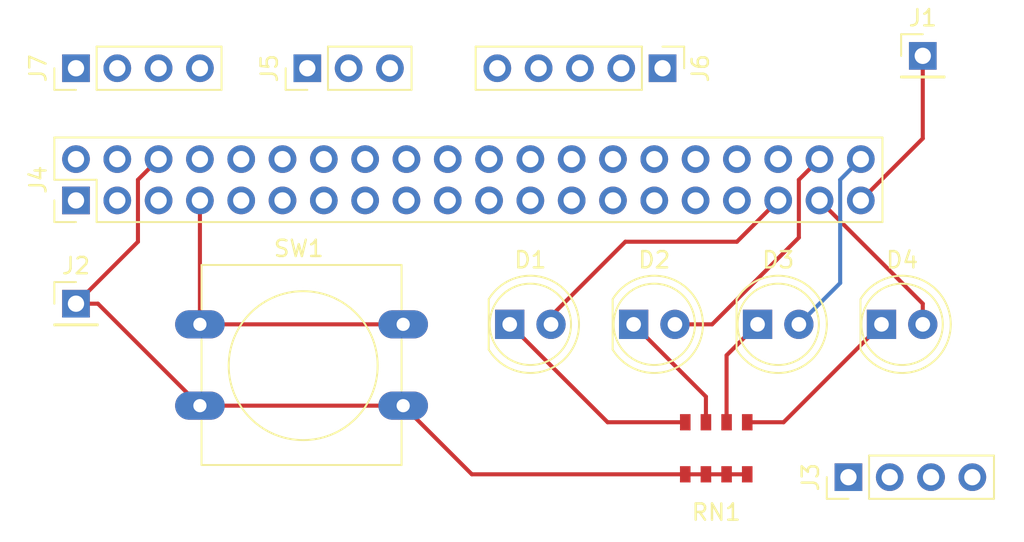
<source format=kicad_pcb>
(kicad_pcb (version 4) (host pcbnew 4.0.7)

  (general
    (links 35)
    (no_connects 17)
    (area 0 0 0 0)
    (thickness 1.6)
    (drawings 0)
    (tracks 38)
    (zones 0)
    (modules 13)
    (nets 19)
  )

  (page A4)
  (layers
    (0 F.Cu signal)
    (31 B.Cu signal)
    (32 B.Adhes user)
    (33 F.Adhes user)
    (34 B.Paste user)
    (35 F.Paste user)
    (36 B.SilkS user)
    (37 F.SilkS user)
    (38 B.Mask user)
    (39 F.Mask user)
    (40 Dwgs.User user)
    (41 Cmts.User user)
    (42 Eco1.User user)
    (43 Eco2.User user)
    (44 Edge.Cuts user)
    (45 Margin user)
    (46 B.CrtYd user)
    (47 F.CrtYd user)
    (48 B.Fab user)
    (49 F.Fab user)
  )

  (setup
    (last_trace_width 0.25)
    (user_trace_width 0.25)
    (user_trace_width 0.5)
    (user_trace_width 0.75)
    (user_trace_width 1)
    (trace_clearance 0.2)
    (zone_clearance 0.508)
    (zone_45_only no)
    (trace_min 0.2)
    (segment_width 0.2)
    (edge_width 0.15)
    (via_size 0.6)
    (via_drill 0.4)
    (via_min_size 0.4)
    (via_min_drill 0.3)
    (uvia_size 0.3)
    (uvia_drill 0.1)
    (uvias_allowed no)
    (uvia_min_size 0.2)
    (uvia_min_drill 0.1)
    (pcb_text_width 0.3)
    (pcb_text_size 1.5 1.5)
    (mod_edge_width 0.15)
    (mod_text_size 1 1)
    (mod_text_width 0.15)
    (pad_size 1.524 1.524)
    (pad_drill 0.762)
    (pad_to_mask_clearance 0.2)
    (aux_axis_origin 0 0)
    (visible_elements FFFFFF7F)
    (pcbplotparams
      (layerselection 0x00030_80000001)
      (usegerberextensions false)
      (excludeedgelayer true)
      (linewidth 0.100000)
      (plotframeref false)
      (viasonmask false)
      (mode 1)
      (useauxorigin false)
      (hpglpennumber 1)
      (hpglpenspeed 20)
      (hpglpendiameter 15)
      (hpglpenoverlay 2)
      (psnegative false)
      (psa4output false)
      (plotreference true)
      (plotvalue true)
      (plotinvisibletext false)
      (padsonsilk false)
      (subtractmaskfromsilk false)
      (outputformat 1)
      (mirror false)
      (drillshape 1)
      (scaleselection 1)
      (outputdirectory ""))
  )

  (net 0 "")
  (net 1 "Net-(D1-Pad1)")
  (net 2 "Net-(D1-Pad2)")
  (net 3 "Net-(D2-Pad1)")
  (net 4 "Net-(D2-Pad2)")
  (net 5 "Net-(D3-Pad1)")
  (net 6 "Net-(D3-Pad2)")
  (net 7 "Net-(D4-Pad1)")
  (net 8 "Net-(D4-Pad2)")
  (net 9 GND)
  (net 10 "Net-(J4-Pad8)")
  (net 11 "Net-(J4-Pad10)")
  (net 12 +3V3)
  (net 13 "Net-(J4-Pad21)")
  (net 14 "Net-(J4-Pad19)")
  (net 15 "Net-(J4-Pad23)")
  (net 16 "Net-(J4-Pad7)")
  (net 17 "Net-(J4-Pad3)")
  (net 18 "Net-(J4-Pad5)")

  (net_class Default "This is the default net class."
    (clearance 0.2)
    (trace_width 0.25)
    (via_dia 0.6)
    (via_drill 0.4)
    (uvia_dia 0.3)
    (uvia_drill 0.1)
    (add_net +3V3)
    (add_net GND)
    (add_net "Net-(D1-Pad1)")
    (add_net "Net-(D1-Pad2)")
    (add_net "Net-(D2-Pad1)")
    (add_net "Net-(D2-Pad2)")
    (add_net "Net-(D3-Pad1)")
    (add_net "Net-(D3-Pad2)")
    (add_net "Net-(D4-Pad1)")
    (add_net "Net-(D4-Pad2)")
    (add_net "Net-(J4-Pad10)")
    (add_net "Net-(J4-Pad19)")
    (add_net "Net-(J4-Pad21)")
    (add_net "Net-(J4-Pad23)")
    (add_net "Net-(J4-Pad3)")
    (add_net "Net-(J4-Pad5)")
    (add_net "Net-(J4-Pad7)")
    (add_net "Net-(J4-Pad8)")
  )

  (module LEDs:LED_D5.0mm (layer F.Cu) (tedit 5995936A) (tstamp 5B99EED6)
    (at 129.54 85.09)
    (descr "LED, diameter 5.0mm, 2 pins, http://cdn-reichelt.de/documents/datenblatt/A500/LL-504BC2E-009.pdf")
    (tags "LED diameter 5.0mm 2 pins")
    (path /5B99E46C)
    (fp_text reference D1 (at 1.27 -3.96) (layer F.SilkS)
      (effects (font (size 1 1) (thickness 0.15)))
    )
    (fp_text value LED (at 1.27 3.96) (layer F.Fab)
      (effects (font (size 1 1) (thickness 0.15)))
    )
    (fp_arc (start 1.27 0) (end -1.23 -1.469694) (angle 299.1) (layer F.Fab) (width 0.1))
    (fp_arc (start 1.27 0) (end -1.29 -1.54483) (angle 148.9) (layer F.SilkS) (width 0.12))
    (fp_arc (start 1.27 0) (end -1.29 1.54483) (angle -148.9) (layer F.SilkS) (width 0.12))
    (fp_circle (center 1.27 0) (end 3.77 0) (layer F.Fab) (width 0.1))
    (fp_circle (center 1.27 0) (end 3.77 0) (layer F.SilkS) (width 0.12))
    (fp_line (start -1.23 -1.469694) (end -1.23 1.469694) (layer F.Fab) (width 0.1))
    (fp_line (start -1.29 -1.545) (end -1.29 1.545) (layer F.SilkS) (width 0.12))
    (fp_line (start -1.95 -3.25) (end -1.95 3.25) (layer F.CrtYd) (width 0.05))
    (fp_line (start -1.95 3.25) (end 4.5 3.25) (layer F.CrtYd) (width 0.05))
    (fp_line (start 4.5 3.25) (end 4.5 -3.25) (layer F.CrtYd) (width 0.05))
    (fp_line (start 4.5 -3.25) (end -1.95 -3.25) (layer F.CrtYd) (width 0.05))
    (fp_text user %R (at 1.25 0) (layer F.Fab)
      (effects (font (size 0.8 0.8) (thickness 0.2)))
    )
    (pad 1 thru_hole rect (at 0 0) (size 1.8 1.8) (drill 0.9) (layers *.Cu *.Mask)
      (net 1 "Net-(D1-Pad1)"))
    (pad 2 thru_hole circle (at 2.54 0) (size 1.8 1.8) (drill 0.9) (layers *.Cu *.Mask)
      (net 2 "Net-(D1-Pad2)"))
    (model ${KISYS3DMOD}/LEDs.3dshapes/LED_D5.0mm.wrl
      (at (xyz 0 0 0))
      (scale (xyz 0.393701 0.393701 0.393701))
      (rotate (xyz 0 0 0))
    )
  )

  (module LEDs:LED_D5.0mm (layer F.Cu) (tedit 5995936A) (tstamp 5B99EEE8)
    (at 137.16 85.09)
    (descr "LED, diameter 5.0mm, 2 pins, http://cdn-reichelt.de/documents/datenblatt/A500/LL-504BC2E-009.pdf")
    (tags "LED diameter 5.0mm 2 pins")
    (path /5B99E4B5)
    (fp_text reference D2 (at 1.27 -3.96) (layer F.SilkS)
      (effects (font (size 1 1) (thickness 0.15)))
    )
    (fp_text value LED (at 1.27 3.96) (layer F.Fab)
      (effects (font (size 1 1) (thickness 0.15)))
    )
    (fp_arc (start 1.27 0) (end -1.23 -1.469694) (angle 299.1) (layer F.Fab) (width 0.1))
    (fp_arc (start 1.27 0) (end -1.29 -1.54483) (angle 148.9) (layer F.SilkS) (width 0.12))
    (fp_arc (start 1.27 0) (end -1.29 1.54483) (angle -148.9) (layer F.SilkS) (width 0.12))
    (fp_circle (center 1.27 0) (end 3.77 0) (layer F.Fab) (width 0.1))
    (fp_circle (center 1.27 0) (end 3.77 0) (layer F.SilkS) (width 0.12))
    (fp_line (start -1.23 -1.469694) (end -1.23 1.469694) (layer F.Fab) (width 0.1))
    (fp_line (start -1.29 -1.545) (end -1.29 1.545) (layer F.SilkS) (width 0.12))
    (fp_line (start -1.95 -3.25) (end -1.95 3.25) (layer F.CrtYd) (width 0.05))
    (fp_line (start -1.95 3.25) (end 4.5 3.25) (layer F.CrtYd) (width 0.05))
    (fp_line (start 4.5 3.25) (end 4.5 -3.25) (layer F.CrtYd) (width 0.05))
    (fp_line (start 4.5 -3.25) (end -1.95 -3.25) (layer F.CrtYd) (width 0.05))
    (fp_text user %R (at 1.25 0) (layer F.Fab)
      (effects (font (size 0.8 0.8) (thickness 0.2)))
    )
    (pad 1 thru_hole rect (at 0 0) (size 1.8 1.8) (drill 0.9) (layers *.Cu *.Mask)
      (net 3 "Net-(D2-Pad1)"))
    (pad 2 thru_hole circle (at 2.54 0) (size 1.8 1.8) (drill 0.9) (layers *.Cu *.Mask)
      (net 4 "Net-(D2-Pad2)"))
    (model ${KISYS3DMOD}/LEDs.3dshapes/LED_D5.0mm.wrl
      (at (xyz 0 0 0))
      (scale (xyz 0.393701 0.393701 0.393701))
      (rotate (xyz 0 0 0))
    )
  )

  (module LEDs:LED_D5.0mm (layer F.Cu) (tedit 5995936A) (tstamp 5B99EEFA)
    (at 144.78 85.09)
    (descr "LED, diameter 5.0mm, 2 pins, http://cdn-reichelt.de/documents/datenblatt/A500/LL-504BC2E-009.pdf")
    (tags "LED diameter 5.0mm 2 pins")
    (path /5B99E4E4)
    (fp_text reference D3 (at 1.27 -3.96) (layer F.SilkS)
      (effects (font (size 1 1) (thickness 0.15)))
    )
    (fp_text value LED (at 1.27 3.96) (layer F.Fab)
      (effects (font (size 1 1) (thickness 0.15)))
    )
    (fp_arc (start 1.27 0) (end -1.23 -1.469694) (angle 299.1) (layer F.Fab) (width 0.1))
    (fp_arc (start 1.27 0) (end -1.29 -1.54483) (angle 148.9) (layer F.SilkS) (width 0.12))
    (fp_arc (start 1.27 0) (end -1.29 1.54483) (angle -148.9) (layer F.SilkS) (width 0.12))
    (fp_circle (center 1.27 0) (end 3.77 0) (layer F.Fab) (width 0.1))
    (fp_circle (center 1.27 0) (end 3.77 0) (layer F.SilkS) (width 0.12))
    (fp_line (start -1.23 -1.469694) (end -1.23 1.469694) (layer F.Fab) (width 0.1))
    (fp_line (start -1.29 -1.545) (end -1.29 1.545) (layer F.SilkS) (width 0.12))
    (fp_line (start -1.95 -3.25) (end -1.95 3.25) (layer F.CrtYd) (width 0.05))
    (fp_line (start -1.95 3.25) (end 4.5 3.25) (layer F.CrtYd) (width 0.05))
    (fp_line (start 4.5 3.25) (end 4.5 -3.25) (layer F.CrtYd) (width 0.05))
    (fp_line (start 4.5 -3.25) (end -1.95 -3.25) (layer F.CrtYd) (width 0.05))
    (fp_text user %R (at 1.25 0) (layer F.Fab)
      (effects (font (size 0.8 0.8) (thickness 0.2)))
    )
    (pad 1 thru_hole rect (at 0 0) (size 1.8 1.8) (drill 0.9) (layers *.Cu *.Mask)
      (net 5 "Net-(D3-Pad1)"))
    (pad 2 thru_hole circle (at 2.54 0) (size 1.8 1.8) (drill 0.9) (layers *.Cu *.Mask)
      (net 6 "Net-(D3-Pad2)"))
    (model ${KISYS3DMOD}/LEDs.3dshapes/LED_D5.0mm.wrl
      (at (xyz 0 0 0))
      (scale (xyz 0.393701 0.393701 0.393701))
      (rotate (xyz 0 0 0))
    )
  )

  (module LEDs:LED_D5.0mm (layer F.Cu) (tedit 5995936A) (tstamp 5B99EF0C)
    (at 152.4 85.09)
    (descr "LED, diameter 5.0mm, 2 pins, http://cdn-reichelt.de/documents/datenblatt/A500/LL-504BC2E-009.pdf")
    (tags "LED diameter 5.0mm 2 pins")
    (path /5B99E511)
    (fp_text reference D4 (at 1.27 -3.96) (layer F.SilkS)
      (effects (font (size 1 1) (thickness 0.15)))
    )
    (fp_text value LED (at 1.27 3.96) (layer F.Fab)
      (effects (font (size 1 1) (thickness 0.15)))
    )
    (fp_arc (start 1.27 0) (end -1.23 -1.469694) (angle 299.1) (layer F.Fab) (width 0.1))
    (fp_arc (start 1.27 0) (end -1.29 -1.54483) (angle 148.9) (layer F.SilkS) (width 0.12))
    (fp_arc (start 1.27 0) (end -1.29 1.54483) (angle -148.9) (layer F.SilkS) (width 0.12))
    (fp_circle (center 1.27 0) (end 3.77 0) (layer F.Fab) (width 0.1))
    (fp_circle (center 1.27 0) (end 3.77 0) (layer F.SilkS) (width 0.12))
    (fp_line (start -1.23 -1.469694) (end -1.23 1.469694) (layer F.Fab) (width 0.1))
    (fp_line (start -1.29 -1.545) (end -1.29 1.545) (layer F.SilkS) (width 0.12))
    (fp_line (start -1.95 -3.25) (end -1.95 3.25) (layer F.CrtYd) (width 0.05))
    (fp_line (start -1.95 3.25) (end 4.5 3.25) (layer F.CrtYd) (width 0.05))
    (fp_line (start 4.5 3.25) (end 4.5 -3.25) (layer F.CrtYd) (width 0.05))
    (fp_line (start 4.5 -3.25) (end -1.95 -3.25) (layer F.CrtYd) (width 0.05))
    (fp_text user %R (at 1.25 0) (layer F.Fab)
      (effects (font (size 0.8 0.8) (thickness 0.2)))
    )
    (pad 1 thru_hole rect (at 0 0) (size 1.8 1.8) (drill 0.9) (layers *.Cu *.Mask)
      (net 7 "Net-(D4-Pad1)"))
    (pad 2 thru_hole circle (at 2.54 0) (size 1.8 1.8) (drill 0.9) (layers *.Cu *.Mask)
      (net 8 "Net-(D4-Pad2)"))
    (model ${KISYS3DMOD}/LEDs.3dshapes/LED_D5.0mm.wrl
      (at (xyz 0 0 0))
      (scale (xyz 0.393701 0.393701 0.393701))
      (rotate (xyz 0 0 0))
    )
  )

  (module Pin_Headers:Pin_Header_Straight_1x01_Pitch2.54mm (layer F.Cu) (tedit 59650532) (tstamp 5B99EF21)
    (at 154.94 68.58)
    (descr "Through hole straight pin header, 1x01, 2.54mm pitch, single row")
    (tags "Through hole pin header THT 1x01 2.54mm single row")
    (path /5B99EA61)
    (fp_text reference J1 (at 0 -2.33) (layer F.SilkS)
      (effects (font (size 1 1) (thickness 0.15)))
    )
    (fp_text value Conn_01x01 (at 0 2.33) (layer F.Fab)
      (effects (font (size 1 1) (thickness 0.15)))
    )
    (fp_line (start -0.635 -1.27) (end 1.27 -1.27) (layer F.Fab) (width 0.1))
    (fp_line (start 1.27 -1.27) (end 1.27 1.27) (layer F.Fab) (width 0.1))
    (fp_line (start 1.27 1.27) (end -1.27 1.27) (layer F.Fab) (width 0.1))
    (fp_line (start -1.27 1.27) (end -1.27 -0.635) (layer F.Fab) (width 0.1))
    (fp_line (start -1.27 -0.635) (end -0.635 -1.27) (layer F.Fab) (width 0.1))
    (fp_line (start -1.33 1.33) (end 1.33 1.33) (layer F.SilkS) (width 0.12))
    (fp_line (start -1.33 1.27) (end -1.33 1.33) (layer F.SilkS) (width 0.12))
    (fp_line (start 1.33 1.27) (end 1.33 1.33) (layer F.SilkS) (width 0.12))
    (fp_line (start -1.33 1.27) (end 1.33 1.27) (layer F.SilkS) (width 0.12))
    (fp_line (start -1.33 0) (end -1.33 -1.33) (layer F.SilkS) (width 0.12))
    (fp_line (start -1.33 -1.33) (end 0 -1.33) (layer F.SilkS) (width 0.12))
    (fp_line (start -1.8 -1.8) (end -1.8 1.8) (layer F.CrtYd) (width 0.05))
    (fp_line (start -1.8 1.8) (end 1.8 1.8) (layer F.CrtYd) (width 0.05))
    (fp_line (start 1.8 1.8) (end 1.8 -1.8) (layer F.CrtYd) (width 0.05))
    (fp_line (start 1.8 -1.8) (end -1.8 -1.8) (layer F.CrtYd) (width 0.05))
    (fp_text user %R (at 0 0 90) (layer F.Fab)
      (effects (font (size 1 1) (thickness 0.15)))
    )
    (pad 1 thru_hole rect (at 0 0) (size 1.7 1.7) (drill 1) (layers *.Cu *.Mask)
      (net 9 GND))
    (model ${KISYS3DMOD}/Pin_Headers.3dshapes/Pin_Header_Straight_1x01_Pitch2.54mm.wrl
      (at (xyz 0 0 0))
      (scale (xyz 1 1 1))
      (rotate (xyz 0 0 0))
    )
  )

  (module Pin_Headers:Pin_Header_Straight_1x01_Pitch2.54mm (layer F.Cu) (tedit 59650532) (tstamp 5B99EF36)
    (at 102.87 83.82)
    (descr "Through hole straight pin header, 1x01, 2.54mm pitch, single row")
    (tags "Through hole pin header THT 1x01 2.54mm single row")
    (path /5B99EA24)
    (fp_text reference J2 (at 0 -2.33) (layer F.SilkS)
      (effects (font (size 1 1) (thickness 0.15)))
    )
    (fp_text value Conn_01x01 (at 0 2.33) (layer F.Fab)
      (effects (font (size 1 1) (thickness 0.15)))
    )
    (fp_line (start -0.635 -1.27) (end 1.27 -1.27) (layer F.Fab) (width 0.1))
    (fp_line (start 1.27 -1.27) (end 1.27 1.27) (layer F.Fab) (width 0.1))
    (fp_line (start 1.27 1.27) (end -1.27 1.27) (layer F.Fab) (width 0.1))
    (fp_line (start -1.27 1.27) (end -1.27 -0.635) (layer F.Fab) (width 0.1))
    (fp_line (start -1.27 -0.635) (end -0.635 -1.27) (layer F.Fab) (width 0.1))
    (fp_line (start -1.33 1.33) (end 1.33 1.33) (layer F.SilkS) (width 0.12))
    (fp_line (start -1.33 1.27) (end -1.33 1.33) (layer F.SilkS) (width 0.12))
    (fp_line (start 1.33 1.27) (end 1.33 1.33) (layer F.SilkS) (width 0.12))
    (fp_line (start -1.33 1.27) (end 1.33 1.27) (layer F.SilkS) (width 0.12))
    (fp_line (start -1.33 0) (end -1.33 -1.33) (layer F.SilkS) (width 0.12))
    (fp_line (start -1.33 -1.33) (end 0 -1.33) (layer F.SilkS) (width 0.12))
    (fp_line (start -1.8 -1.8) (end -1.8 1.8) (layer F.CrtYd) (width 0.05))
    (fp_line (start -1.8 1.8) (end 1.8 1.8) (layer F.CrtYd) (width 0.05))
    (fp_line (start 1.8 1.8) (end 1.8 -1.8) (layer F.CrtYd) (width 0.05))
    (fp_line (start 1.8 -1.8) (end -1.8 -1.8) (layer F.CrtYd) (width 0.05))
    (fp_text user %R (at 0 0 90) (layer F.Fab)
      (effects (font (size 1 1) (thickness 0.15)))
    )
    (pad 1 thru_hole rect (at 0 0) (size 1.7 1.7) (drill 1) (layers *.Cu *.Mask)
      (net 9 GND))
    (model ${KISYS3DMOD}/Pin_Headers.3dshapes/Pin_Header_Straight_1x01_Pitch2.54mm.wrl
      (at (xyz 0 0 0))
      (scale (xyz 1 1 1))
      (rotate (xyz 0 0 0))
    )
  )

  (module Pin_Headers:Pin_Header_Straight_1x04_Pitch2.54mm (layer F.Cu) (tedit 59650532) (tstamp 5B99EF4E)
    (at 150.368 94.488 90)
    (descr "Through hole straight pin header, 1x04, 2.54mm pitch, single row")
    (tags "Through hole pin header THT 1x04 2.54mm single row")
    (path /5B99E889)
    (fp_text reference J3 (at 0 -2.33 90) (layer F.SilkS)
      (effects (font (size 1 1) (thickness 0.15)))
    )
    (fp_text value Conn_PWM (at 0 9.95 90) (layer F.Fab)
      (effects (font (size 1 1) (thickness 0.15)))
    )
    (fp_line (start -0.635 -1.27) (end 1.27 -1.27) (layer F.Fab) (width 0.1))
    (fp_line (start 1.27 -1.27) (end 1.27 8.89) (layer F.Fab) (width 0.1))
    (fp_line (start 1.27 8.89) (end -1.27 8.89) (layer F.Fab) (width 0.1))
    (fp_line (start -1.27 8.89) (end -1.27 -0.635) (layer F.Fab) (width 0.1))
    (fp_line (start -1.27 -0.635) (end -0.635 -1.27) (layer F.Fab) (width 0.1))
    (fp_line (start -1.33 8.95) (end 1.33 8.95) (layer F.SilkS) (width 0.12))
    (fp_line (start -1.33 1.27) (end -1.33 8.95) (layer F.SilkS) (width 0.12))
    (fp_line (start 1.33 1.27) (end 1.33 8.95) (layer F.SilkS) (width 0.12))
    (fp_line (start -1.33 1.27) (end 1.33 1.27) (layer F.SilkS) (width 0.12))
    (fp_line (start -1.33 0) (end -1.33 -1.33) (layer F.SilkS) (width 0.12))
    (fp_line (start -1.33 -1.33) (end 0 -1.33) (layer F.SilkS) (width 0.12))
    (fp_line (start -1.8 -1.8) (end -1.8 9.4) (layer F.CrtYd) (width 0.05))
    (fp_line (start -1.8 9.4) (end 1.8 9.4) (layer F.CrtYd) (width 0.05))
    (fp_line (start 1.8 9.4) (end 1.8 -1.8) (layer F.CrtYd) (width 0.05))
    (fp_line (start 1.8 -1.8) (end -1.8 -1.8) (layer F.CrtYd) (width 0.05))
    (fp_text user %R (at 0 3.81 180) (layer F.Fab)
      (effects (font (size 1 1) (thickness 0.15)))
    )
    (pad 1 thru_hole rect (at 0 0 90) (size 1.7 1.7) (drill 1) (layers *.Cu *.Mask)
      (net 2 "Net-(D1-Pad2)"))
    (pad 2 thru_hole oval (at 0 2.54 90) (size 1.7 1.7) (drill 1) (layers *.Cu *.Mask)
      (net 4 "Net-(D2-Pad2)"))
    (pad 3 thru_hole oval (at 0 5.08 90) (size 1.7 1.7) (drill 1) (layers *.Cu *.Mask)
      (net 6 "Net-(D3-Pad2)"))
    (pad 4 thru_hole oval (at 0 7.62 90) (size 1.7 1.7) (drill 1) (layers *.Cu *.Mask)
      (net 8 "Net-(D4-Pad2)"))
    (model ${KISYS3DMOD}/Pin_Headers.3dshapes/Pin_Header_Straight_1x04_Pitch2.54mm.wrl
      (at (xyz 0 0 0))
      (scale (xyz 1 1 1))
      (rotate (xyz 0 0 0))
    )
  )

  (module Pin_Headers:Pin_Header_Straight_1x03_Pitch2.54mm (layer F.Cu) (tedit 59650532) (tstamp 5B99EF65)
    (at 117.094 69.342 90)
    (descr "Through hole straight pin header, 1x03, 2.54mm pitch, single row")
    (tags "Through hole pin header THT 1x03 2.54mm single row")
    (path /5B99E069)
    (fp_text reference J5 (at 0 -2.33 90) (layer F.SilkS)
      (effects (font (size 1 1) (thickness 0.15)))
    )
    (fp_text value Conn_UART (at 0 7.41 90) (layer F.Fab)
      (effects (font (size 1 1) (thickness 0.15)))
    )
    (fp_line (start -0.635 -1.27) (end 1.27 -1.27) (layer F.Fab) (width 0.1))
    (fp_line (start 1.27 -1.27) (end 1.27 6.35) (layer F.Fab) (width 0.1))
    (fp_line (start 1.27 6.35) (end -1.27 6.35) (layer F.Fab) (width 0.1))
    (fp_line (start -1.27 6.35) (end -1.27 -0.635) (layer F.Fab) (width 0.1))
    (fp_line (start -1.27 -0.635) (end -0.635 -1.27) (layer F.Fab) (width 0.1))
    (fp_line (start -1.33 6.41) (end 1.33 6.41) (layer F.SilkS) (width 0.12))
    (fp_line (start -1.33 1.27) (end -1.33 6.41) (layer F.SilkS) (width 0.12))
    (fp_line (start 1.33 1.27) (end 1.33 6.41) (layer F.SilkS) (width 0.12))
    (fp_line (start -1.33 1.27) (end 1.33 1.27) (layer F.SilkS) (width 0.12))
    (fp_line (start -1.33 0) (end -1.33 -1.33) (layer F.SilkS) (width 0.12))
    (fp_line (start -1.33 -1.33) (end 0 -1.33) (layer F.SilkS) (width 0.12))
    (fp_line (start -1.8 -1.8) (end -1.8 6.85) (layer F.CrtYd) (width 0.05))
    (fp_line (start -1.8 6.85) (end 1.8 6.85) (layer F.CrtYd) (width 0.05))
    (fp_line (start 1.8 6.85) (end 1.8 -1.8) (layer F.CrtYd) (width 0.05))
    (fp_line (start 1.8 -1.8) (end -1.8 -1.8) (layer F.CrtYd) (width 0.05))
    (fp_text user %R (at 0 2.54 180) (layer F.Fab)
      (effects (font (size 1 1) (thickness 0.15)))
    )
    (pad 1 thru_hole rect (at 0 0 90) (size 1.7 1.7) (drill 1) (layers *.Cu *.Mask)
      (net 10 "Net-(J4-Pad8)"))
    (pad 2 thru_hole oval (at 0 2.54 90) (size 1.7 1.7) (drill 1) (layers *.Cu *.Mask)
      (net 11 "Net-(J4-Pad10)"))
    (pad 3 thru_hole oval (at 0 5.08 90) (size 1.7 1.7) (drill 1) (layers *.Cu *.Mask)
      (net 9 GND))
    (model ${KISYS3DMOD}/Pin_Headers.3dshapes/Pin_Header_Straight_1x03_Pitch2.54mm.wrl
      (at (xyz 0 0 0))
      (scale (xyz 1 1 1))
      (rotate (xyz 0 0 0))
    )
  )

  (module Pin_Headers:Pin_Header_Straight_1x05_Pitch2.54mm (layer F.Cu) (tedit 59650532) (tstamp 5B99EF7E)
    (at 138.938 69.342 270)
    (descr "Through hole straight pin header, 1x05, 2.54mm pitch, single row")
    (tags "Through hole pin header THT 1x05 2.54mm single row")
    (path /5B99E19A)
    (fp_text reference J6 (at 0 -2.33 270) (layer F.SilkS)
      (effects (font (size 1 1) (thickness 0.15)))
    )
    (fp_text value Conn_SPI (at 0 12.49 270) (layer F.Fab)
      (effects (font (size 1 1) (thickness 0.15)))
    )
    (fp_line (start -0.635 -1.27) (end 1.27 -1.27) (layer F.Fab) (width 0.1))
    (fp_line (start 1.27 -1.27) (end 1.27 11.43) (layer F.Fab) (width 0.1))
    (fp_line (start 1.27 11.43) (end -1.27 11.43) (layer F.Fab) (width 0.1))
    (fp_line (start -1.27 11.43) (end -1.27 -0.635) (layer F.Fab) (width 0.1))
    (fp_line (start -1.27 -0.635) (end -0.635 -1.27) (layer F.Fab) (width 0.1))
    (fp_line (start -1.33 11.49) (end 1.33 11.49) (layer F.SilkS) (width 0.12))
    (fp_line (start -1.33 1.27) (end -1.33 11.49) (layer F.SilkS) (width 0.12))
    (fp_line (start 1.33 1.27) (end 1.33 11.49) (layer F.SilkS) (width 0.12))
    (fp_line (start -1.33 1.27) (end 1.33 1.27) (layer F.SilkS) (width 0.12))
    (fp_line (start -1.33 0) (end -1.33 -1.33) (layer F.SilkS) (width 0.12))
    (fp_line (start -1.33 -1.33) (end 0 -1.33) (layer F.SilkS) (width 0.12))
    (fp_line (start -1.8 -1.8) (end -1.8 11.95) (layer F.CrtYd) (width 0.05))
    (fp_line (start -1.8 11.95) (end 1.8 11.95) (layer F.CrtYd) (width 0.05))
    (fp_line (start 1.8 11.95) (end 1.8 -1.8) (layer F.CrtYd) (width 0.05))
    (fp_line (start 1.8 -1.8) (end -1.8 -1.8) (layer F.CrtYd) (width 0.05))
    (fp_text user %R (at 0 5.08 360) (layer F.Fab)
      (effects (font (size 1 1) (thickness 0.15)))
    )
    (pad 1 thru_hole rect (at 0 0 270) (size 1.7 1.7) (drill 1) (layers *.Cu *.Mask)
      (net 12 +3V3))
    (pad 2 thru_hole oval (at 0 2.54 270) (size 1.7 1.7) (drill 1) (layers *.Cu *.Mask)
      (net 13 "Net-(J4-Pad21)"))
    (pad 3 thru_hole oval (at 0 5.08 270) (size 1.7 1.7) (drill 1) (layers *.Cu *.Mask)
      (net 14 "Net-(J4-Pad19)"))
    (pad 4 thru_hole oval (at 0 7.62 270) (size 1.7 1.7) (drill 1) (layers *.Cu *.Mask)
      (net 15 "Net-(J4-Pad23)"))
    (pad 5 thru_hole oval (at 0 10.16 270) (size 1.7 1.7) (drill 1) (layers *.Cu *.Mask)
      (net 9 GND))
    (model ${KISYS3DMOD}/Pin_Headers.3dshapes/Pin_Header_Straight_1x05_Pitch2.54mm.wrl
      (at (xyz 0 0 0))
      (scale (xyz 1 1 1))
      (rotate (xyz 0 0 0))
    )
  )

  (module nebrius-discrete:R_Array_Concave_4x2012.kicad_mod (layer F.Cu) (tedit 5AA5CB53) (tstamp 5B99EF8C)
    (at 142.24 92.71)
    (path /5B99E546)
    (fp_text reference RN1 (at 0 3.937) (layer F.SilkS)
      (effects (font (size 1 1) (thickness 0.15)))
    )
    (fp_text value R_Pack04 (at 0 -4.445) (layer F.Fab)
      (effects (font (size 1 1) (thickness 0.15)))
    )
    (fp_line (start 2.667 -1.778) (end 2.667 1.778) (layer F.Fab) (width 0.15))
    (fp_line (start -2.667 -1.651) (end -2.667 1.778) (layer F.Fab) (width 0.15))
    (pad 8 smd rect (at -1.905 -1.6) (size 0.65 1) (layers F.Cu F.Paste F.Mask)
      (net 1 "Net-(D1-Pad1)"))
    (pad 7 smd rect (at -0.635 -1.6) (size 0.65 1) (layers F.Cu F.Paste F.Mask)
      (net 3 "Net-(D2-Pad1)"))
    (pad 6 smd rect (at 0.635 -1.6) (size 0.65 1) (layers F.Cu F.Paste F.Mask)
      (net 5 "Net-(D3-Pad1)"))
    (pad 5 smd rect (at 1.905 -1.6) (size 0.65 1) (layers F.Cu F.Paste F.Mask)
      (net 7 "Net-(D4-Pad1)"))
    (pad 4 smd rect (at 1.905 1.6) (size 0.65 1) (layers F.Cu F.Paste F.Mask)
      (net 9 GND))
    (pad 3 smd rect (at 0.635 1.6) (size 0.65 1) (layers F.Cu F.Paste F.Mask)
      (net 9 GND))
    (pad 2 smd rect (at -0.635 1.6) (size 0.65 1) (layers F.Cu F.Paste F.Mask)
      (net 9 GND))
    (pad 1 smd rect (at -1.906 1.6) (size 0.65 1) (layers F.Cu F.Paste F.Mask)
      (net 9 GND))
  )

  (module Buttons_Switches_THT:SW_PUSH-12mm (layer F.Cu) (tedit 592546E6) (tstamp 5B99EFA6)
    (at 110.49 85.09)
    (descr "SW PUSH 12mm https://www.e-switch.com/system/asset/product_line/data_sheet/143/TL1100.pdf")
    (tags "tact sw push 12mm")
    (path /5B9A25BE)
    (fp_text reference SW1 (at 6.08 -4.66) (layer F.SilkS)
      (effects (font (size 1 1) (thickness 0.15)))
    )
    (fp_text value SW_DPST_x2 (at 6.62 9.93) (layer F.Fab)
      (effects (font (size 1 1) (thickness 0.15)))
    )
    (fp_line (start 0.25 8.5) (end 12.25 8.5) (layer F.Fab) (width 0.1))
    (fp_line (start 0.25 -3.5) (end 12.25 -3.5) (layer F.Fab) (width 0.1))
    (fp_line (start 12.25 -3.5) (end 12.25 8.5) (layer F.Fab) (width 0.1))
    (fp_text user %R (at 6.35 2.54) (layer F.Fab)
      (effects (font (size 1 1) (thickness 0.15)))
    )
    (fp_line (start 0.1 -3.65) (end 12.4 -3.65) (layer F.SilkS) (width 0.12))
    (fp_line (start 12.4 0.93) (end 12.4 4.07) (layer F.SilkS) (width 0.12))
    (fp_line (start 12.4 8.65) (end 0.1 8.65) (layer F.SilkS) (width 0.12))
    (fp_line (start 0.1 -0.93) (end 0.1 -3.65) (layer F.SilkS) (width 0.12))
    (fp_line (start -1.77 -3.75) (end 14.25 -3.75) (layer F.CrtYd) (width 0.05))
    (fp_line (start -1.77 -3.75) (end -1.77 8.75) (layer F.CrtYd) (width 0.05))
    (fp_line (start 14.25 8.75) (end 14.25 -3.75) (layer F.CrtYd) (width 0.05))
    (fp_line (start 14.25 8.75) (end -1.77 8.75) (layer F.CrtYd) (width 0.05))
    (fp_circle (center 6.35 2.54) (end 10.16 5.08) (layer F.SilkS) (width 0.12))
    (fp_line (start 0.25 -3.5) (end 0.25 8.5) (layer F.Fab) (width 0.1))
    (fp_line (start 0.1 8.65) (end 0.1 5.93) (layer F.SilkS) (width 0.12))
    (fp_line (start 0.1 4.07) (end 0.1 0.93) (layer F.SilkS) (width 0.12))
    (fp_line (start 12.4 5.93) (end 12.4 8.65) (layer F.SilkS) (width 0.12))
    (fp_line (start 12.4 -3.65) (end 12.4 -0.93) (layer F.SilkS) (width 0.12))
    (pad 1 thru_hole oval (at 12.5 0) (size 3.048 1.7272) (drill 0.8128) (layers *.Cu *.Mask)
      (net 16 "Net-(J4-Pad7)"))
    (pad 2 thru_hole oval (at 12.5 5) (size 3.048 1.7272) (drill 0.8128) (layers *.Cu *.Mask)
      (net 9 GND))
    (pad 1 thru_hole oval (at 0 0) (size 3.048 1.7272) (drill 0.8128) (layers *.Cu *.Mask)
      (net 16 "Net-(J4-Pad7)"))
    (pad 2 thru_hole oval (at 0 5) (size 3.048 1.7272) (drill 0.8128) (layers *.Cu *.Mask)
      (net 9 GND))
    (model ${KISYS3DMOD}/Buttons_Switches_THT.3dshapes/SW_PUSH-12mm.wrl
      (at (xyz 0.248 -0.1 0))
      (scale (xyz 3.93701 3.93701 3.93701))
      (rotate (xyz 0 0 0))
    )
  )

  (module Pin_Headers:Pin_Header_Straight_2x20_Pitch2.54mm (layer F.Cu) (tedit 59650533) (tstamp 5B99F333)
    (at 102.87 77.47 90)
    (descr "Through hole straight pin header, 2x20, 2.54mm pitch, double rows")
    (tags "Through hole pin header THT 2x20 2.54mm double row")
    (path /5B98893C)
    (fp_text reference J4 (at 1.27 -2.33 90) (layer F.SilkS)
      (effects (font (size 1 1) (thickness 0.15)))
    )
    (fp_text value Raspberry_Pi_2_3 (at 1.27 50.59 90) (layer F.Fab)
      (effects (font (size 1 1) (thickness 0.15)))
    )
    (fp_line (start 0 -1.27) (end 3.81 -1.27) (layer F.Fab) (width 0.1))
    (fp_line (start 3.81 -1.27) (end 3.81 49.53) (layer F.Fab) (width 0.1))
    (fp_line (start 3.81 49.53) (end -1.27 49.53) (layer F.Fab) (width 0.1))
    (fp_line (start -1.27 49.53) (end -1.27 0) (layer F.Fab) (width 0.1))
    (fp_line (start -1.27 0) (end 0 -1.27) (layer F.Fab) (width 0.1))
    (fp_line (start -1.33 49.59) (end 3.87 49.59) (layer F.SilkS) (width 0.12))
    (fp_line (start -1.33 1.27) (end -1.33 49.59) (layer F.SilkS) (width 0.12))
    (fp_line (start 3.87 -1.33) (end 3.87 49.59) (layer F.SilkS) (width 0.12))
    (fp_line (start -1.33 1.27) (end 1.27 1.27) (layer F.SilkS) (width 0.12))
    (fp_line (start 1.27 1.27) (end 1.27 -1.33) (layer F.SilkS) (width 0.12))
    (fp_line (start 1.27 -1.33) (end 3.87 -1.33) (layer F.SilkS) (width 0.12))
    (fp_line (start -1.33 0) (end -1.33 -1.33) (layer F.SilkS) (width 0.12))
    (fp_line (start -1.33 -1.33) (end 0 -1.33) (layer F.SilkS) (width 0.12))
    (fp_line (start -1.8 -1.8) (end -1.8 50.05) (layer F.CrtYd) (width 0.05))
    (fp_line (start -1.8 50.05) (end 4.35 50.05) (layer F.CrtYd) (width 0.05))
    (fp_line (start 4.35 50.05) (end 4.35 -1.8) (layer F.CrtYd) (width 0.05))
    (fp_line (start 4.35 -1.8) (end -1.8 -1.8) (layer F.CrtYd) (width 0.05))
    (fp_text user %R (at 1.27 24.13 180) (layer F.Fab)
      (effects (font (size 1 1) (thickness 0.15)))
    )
    (pad 1 thru_hole rect (at 0 0 90) (size 1.7 1.7) (drill 1) (layers *.Cu *.Mask))
    (pad 2 thru_hole oval (at 2.54 0 90) (size 1.7 1.7) (drill 1) (layers *.Cu *.Mask))
    (pad 3 thru_hole oval (at 0 2.54 90) (size 1.7 1.7) (drill 1) (layers *.Cu *.Mask)
      (net 17 "Net-(J4-Pad3)"))
    (pad 4 thru_hole oval (at 2.54 2.54 90) (size 1.7 1.7) (drill 1) (layers *.Cu *.Mask))
    (pad 5 thru_hole oval (at 0 5.08 90) (size 1.7 1.7) (drill 1) (layers *.Cu *.Mask)
      (net 18 "Net-(J4-Pad5)"))
    (pad 6 thru_hole oval (at 2.54 5.08 90) (size 1.7 1.7) (drill 1) (layers *.Cu *.Mask)
      (net 9 GND))
    (pad 7 thru_hole oval (at 0 7.62 90) (size 1.7 1.7) (drill 1) (layers *.Cu *.Mask)
      (net 16 "Net-(J4-Pad7)"))
    (pad 8 thru_hole oval (at 2.54 7.62 90) (size 1.7 1.7) (drill 1) (layers *.Cu *.Mask)
      (net 10 "Net-(J4-Pad8)"))
    (pad 9 thru_hole oval (at 0 10.16 90) (size 1.7 1.7) (drill 1) (layers *.Cu *.Mask))
    (pad 10 thru_hole oval (at 2.54 10.16 90) (size 1.7 1.7) (drill 1) (layers *.Cu *.Mask)
      (net 11 "Net-(J4-Pad10)"))
    (pad 11 thru_hole oval (at 0 12.7 90) (size 1.7 1.7) (drill 1) (layers *.Cu *.Mask))
    (pad 12 thru_hole oval (at 2.54 12.7 90) (size 1.7 1.7) (drill 1) (layers *.Cu *.Mask))
    (pad 13 thru_hole oval (at 0 15.24 90) (size 1.7 1.7) (drill 1) (layers *.Cu *.Mask))
    (pad 14 thru_hole oval (at 2.54 15.24 90) (size 1.7 1.7) (drill 1) (layers *.Cu *.Mask))
    (pad 15 thru_hole oval (at 0 17.78 90) (size 1.7 1.7) (drill 1) (layers *.Cu *.Mask))
    (pad 16 thru_hole oval (at 2.54 17.78 90) (size 1.7 1.7) (drill 1) (layers *.Cu *.Mask))
    (pad 17 thru_hole oval (at 0 20.32 90) (size 1.7 1.7) (drill 1) (layers *.Cu *.Mask)
      (net 12 +3V3))
    (pad 18 thru_hole oval (at 2.54 20.32 90) (size 1.7 1.7) (drill 1) (layers *.Cu *.Mask))
    (pad 19 thru_hole oval (at 0 22.86 90) (size 1.7 1.7) (drill 1) (layers *.Cu *.Mask)
      (net 14 "Net-(J4-Pad19)"))
    (pad 20 thru_hole oval (at 2.54 22.86 90) (size 1.7 1.7) (drill 1) (layers *.Cu *.Mask))
    (pad 21 thru_hole oval (at 0 25.4 90) (size 1.7 1.7) (drill 1) (layers *.Cu *.Mask)
      (net 13 "Net-(J4-Pad21)"))
    (pad 22 thru_hole oval (at 2.54 25.4 90) (size 1.7 1.7) (drill 1) (layers *.Cu *.Mask))
    (pad 23 thru_hole oval (at 0 27.94 90) (size 1.7 1.7) (drill 1) (layers *.Cu *.Mask)
      (net 15 "Net-(J4-Pad23)"))
    (pad 24 thru_hole oval (at 2.54 27.94 90) (size 1.7 1.7) (drill 1) (layers *.Cu *.Mask))
    (pad 25 thru_hole oval (at 0 30.48 90) (size 1.7 1.7) (drill 1) (layers *.Cu *.Mask))
    (pad 26 thru_hole oval (at 2.54 30.48 90) (size 1.7 1.7) (drill 1) (layers *.Cu *.Mask))
    (pad 27 thru_hole oval (at 0 33.02 90) (size 1.7 1.7) (drill 1) (layers *.Cu *.Mask))
    (pad 28 thru_hole oval (at 2.54 33.02 90) (size 1.7 1.7) (drill 1) (layers *.Cu *.Mask))
    (pad 29 thru_hole oval (at 0 35.56 90) (size 1.7 1.7) (drill 1) (layers *.Cu *.Mask))
    (pad 30 thru_hole oval (at 2.54 35.56 90) (size 1.7 1.7) (drill 1) (layers *.Cu *.Mask))
    (pad 31 thru_hole oval (at 0 38.1 90) (size 1.7 1.7) (drill 1) (layers *.Cu *.Mask))
    (pad 32 thru_hole oval (at 2.54 38.1 90) (size 1.7 1.7) (drill 1) (layers *.Cu *.Mask))
    (pad 33 thru_hole oval (at 0 40.64 90) (size 1.7 1.7) (drill 1) (layers *.Cu *.Mask))
    (pad 34 thru_hole oval (at 2.54 40.64 90) (size 1.7 1.7) (drill 1) (layers *.Cu *.Mask))
    (pad 35 thru_hole oval (at 0 43.18 90) (size 1.7 1.7) (drill 1) (layers *.Cu *.Mask)
      (net 2 "Net-(D1-Pad2)"))
    (pad 36 thru_hole oval (at 2.54 43.18 90) (size 1.7 1.7) (drill 1) (layers *.Cu *.Mask))
    (pad 37 thru_hole oval (at 0 45.72 90) (size 1.7 1.7) (drill 1) (layers *.Cu *.Mask)
      (net 8 "Net-(D4-Pad2)"))
    (pad 38 thru_hole oval (at 2.54 45.72 90) (size 1.7 1.7) (drill 1) (layers *.Cu *.Mask)
      (net 4 "Net-(D2-Pad2)"))
    (pad 39 thru_hole oval (at 0 48.26 90) (size 1.7 1.7) (drill 1) (layers *.Cu *.Mask)
      (net 9 GND))
    (pad 40 thru_hole oval (at 2.54 48.26 90) (size 1.7 1.7) (drill 1) (layers *.Cu *.Mask)
      (net 6 "Net-(D3-Pad2)"))
    (model ${KISYS3DMOD}/Pin_Headers.3dshapes/Pin_Header_Straight_2x20_Pitch2.54mm.wrl
      (at (xyz 0 0 0))
      (scale (xyz 1 1 1))
      (rotate (xyz 0 0 0))
    )
  )

  (module Pin_Headers:Pin_Header_Straight_1x04_Pitch2.54mm (layer F.Cu) (tedit 59650532) (tstamp 5B99F9A6)
    (at 102.87 69.342 90)
    (descr "Through hole straight pin header, 1x04, 2.54mm pitch, single row")
    (tags "Through hole pin header THT 1x04 2.54mm single row")
    (path /5B9A29C2)
    (fp_text reference J7 (at 0 -2.33 90) (layer F.SilkS)
      (effects (font (size 1 1) (thickness 0.15)))
    )
    (fp_text value Conn_I2C (at 0 9.95 90) (layer F.Fab)
      (effects (font (size 1 1) (thickness 0.15)))
    )
    (fp_line (start -0.635 -1.27) (end 1.27 -1.27) (layer F.Fab) (width 0.1))
    (fp_line (start 1.27 -1.27) (end 1.27 8.89) (layer F.Fab) (width 0.1))
    (fp_line (start 1.27 8.89) (end -1.27 8.89) (layer F.Fab) (width 0.1))
    (fp_line (start -1.27 8.89) (end -1.27 -0.635) (layer F.Fab) (width 0.1))
    (fp_line (start -1.27 -0.635) (end -0.635 -1.27) (layer F.Fab) (width 0.1))
    (fp_line (start -1.33 8.95) (end 1.33 8.95) (layer F.SilkS) (width 0.12))
    (fp_line (start -1.33 1.27) (end -1.33 8.95) (layer F.SilkS) (width 0.12))
    (fp_line (start 1.33 1.27) (end 1.33 8.95) (layer F.SilkS) (width 0.12))
    (fp_line (start -1.33 1.27) (end 1.33 1.27) (layer F.SilkS) (width 0.12))
    (fp_line (start -1.33 0) (end -1.33 -1.33) (layer F.SilkS) (width 0.12))
    (fp_line (start -1.33 -1.33) (end 0 -1.33) (layer F.SilkS) (width 0.12))
    (fp_line (start -1.8 -1.8) (end -1.8 9.4) (layer F.CrtYd) (width 0.05))
    (fp_line (start -1.8 9.4) (end 1.8 9.4) (layer F.CrtYd) (width 0.05))
    (fp_line (start 1.8 9.4) (end 1.8 -1.8) (layer F.CrtYd) (width 0.05))
    (fp_line (start 1.8 -1.8) (end -1.8 -1.8) (layer F.CrtYd) (width 0.05))
    (fp_text user %R (at 0 3.81 180) (layer F.Fab)
      (effects (font (size 1 1) (thickness 0.15)))
    )
    (pad 1 thru_hole rect (at 0 0 90) (size 1.7 1.7) (drill 1) (layers *.Cu *.Mask)
      (net 12 +3V3))
    (pad 2 thru_hole oval (at 0 2.54 90) (size 1.7 1.7) (drill 1) (layers *.Cu *.Mask)
      (net 17 "Net-(J4-Pad3)"))
    (pad 3 thru_hole oval (at 0 5.08 90) (size 1.7 1.7) (drill 1) (layers *.Cu *.Mask)
      (net 18 "Net-(J4-Pad5)"))
    (pad 4 thru_hole oval (at 0 7.62 90) (size 1.7 1.7) (drill 1) (layers *.Cu *.Mask)
      (net 9 GND))
    (model ${KISYS3DMOD}/Pin_Headers.3dshapes/Pin_Header_Straight_1x04_Pitch2.54mm.wrl
      (at (xyz 0 0 0))
      (scale (xyz 1 1 1))
      (rotate (xyz 0 0 0))
    )
  )

  (segment (start 140.335 91.11) (end 135.56 91.11) (width 0.25) (layer F.Cu) (net 1))
  (segment (start 135.56 91.11) (end 129.54 85.09) (width 0.25) (layer F.Cu) (net 1) (tstamp 5B99F69D))
  (segment (start 132.08 85.09) (end 132.08 84.582) (width 0.25) (layer F.Cu) (net 2))
  (segment (start 132.08 84.582) (end 136.652 80.01) (width 0.25) (layer F.Cu) (net 2) (tstamp 5B99F6DE))
  (segment (start 136.652 80.01) (end 143.51 80.01) (width 0.25) (layer F.Cu) (net 2) (tstamp 5B99F6DF))
  (segment (start 143.51 80.01) (end 146.05 77.47) (width 0.25) (layer F.Cu) (net 2) (tstamp 5B99F6E1))
  (segment (start 141.605 91.11) (end 141.605 89.535) (width 0.25) (layer F.Cu) (net 3))
  (segment (start 141.605 89.535) (end 137.16 85.09) (width 0.25) (layer F.Cu) (net 3) (tstamp 5B99F699))
  (segment (start 139.7 85.09) (end 141.986 85.09) (width 0.25) (layer F.Cu) (net 4))
  (segment (start 147.32 76.2) (end 148.59 74.93) (width 0.25) (layer F.Cu) (net 4) (tstamp 5B99F6E9))
  (segment (start 147.32 79.756) (end 147.32 76.2) (width 0.25) (layer F.Cu) (net 4) (tstamp 5B99F6E7))
  (segment (start 141.986 85.09) (end 147.32 79.756) (width 0.25) (layer F.Cu) (net 4) (tstamp 5B99F6E5))
  (segment (start 142.875 91.11) (end 142.875 86.995) (width 0.25) (layer F.Cu) (net 5))
  (segment (start 142.875 86.995) (end 144.78 85.09) (width 0.25) (layer F.Cu) (net 5) (tstamp 5B99F695))
  (segment (start 151.13 74.93) (end 149.86 76.2) (width 0.25) (layer B.Cu) (net 6))
  (segment (start 149.86 82.55) (end 147.32 85.09) (width 0.25) (layer B.Cu) (net 6) (tstamp 5B99F681))
  (segment (start 149.86 76.2) (end 149.86 82.55) (width 0.25) (layer B.Cu) (net 6) (tstamp 5B99F680))
  (segment (start 144.145 91.11) (end 146.38 91.11) (width 0.25) (layer F.Cu) (net 7))
  (segment (start 146.38 91.11) (end 152.4 85.09) (width 0.25) (layer F.Cu) (net 7) (tstamp 5B99F691))
  (segment (start 154.94 85.09) (end 154.94 83.82) (width 0.25) (layer F.Cu) (net 8))
  (segment (start 154.94 83.82) (end 148.59 77.47) (width 0.25) (layer F.Cu) (net 8) (tstamp 5B99F6DA))
  (segment (start 107.95 74.93) (end 106.68 76.2) (width 0.25) (layer F.Cu) (net 9))
  (segment (start 106.68 80.01) (end 102.87 83.82) (width 0.25) (layer F.Cu) (net 9) (tstamp 5B99F6EE))
  (segment (start 106.68 76.2) (end 106.68 80.01) (width 0.25) (layer F.Cu) (net 9) (tstamp 5B99F6ED))
  (segment (start 154.94 68.58) (end 154.94 73.66) (width 0.25) (layer F.Cu) (net 9))
  (segment (start 154.94 73.66) (end 151.13 77.47) (width 0.25) (layer F.Cu) (net 9) (tstamp 5B99F6B6))
  (segment (start 102.87 83.82) (end 104.22 83.82) (width 0.25) (layer F.Cu) (net 9))
  (segment (start 104.22 83.82) (end 110.49 90.09) (width 0.25) (layer F.Cu) (net 9) (tstamp 5B99F6B2))
  (segment (start 122.99 90.09) (end 110.49 90.09) (width 0.25) (layer F.Cu) (net 9))
  (segment (start 140.334 94.31) (end 127.21 94.31) (width 0.25) (layer F.Cu) (net 9))
  (segment (start 127.21 94.31) (end 122.99 90.09) (width 0.25) (layer F.Cu) (net 9) (tstamp 5B99F6AA))
  (segment (start 141.605 94.31) (end 140.334 94.31) (width 0.25) (layer F.Cu) (net 9))
  (segment (start 142.875 94.31) (end 141.605 94.31) (width 0.25) (layer F.Cu) (net 9))
  (segment (start 144.145 94.31) (end 142.875 94.31) (width 0.25) (layer F.Cu) (net 9))
  (segment (start 110.49 74.93) (end 110.49 74.422) (width 0.25) (layer F.Cu) (net 10))
  (segment (start 123.19 77.47) (end 123.444 77.47) (width 0.25) (layer F.Cu) (net 12))
  (segment (start 110.49 77.47) (end 110.49 85.09) (width 0.25) (layer F.Cu) (net 16))
  (segment (start 110.49 85.09) (end 122.99 85.09) (width 0.25) (layer F.Cu) (net 16))

)

</source>
